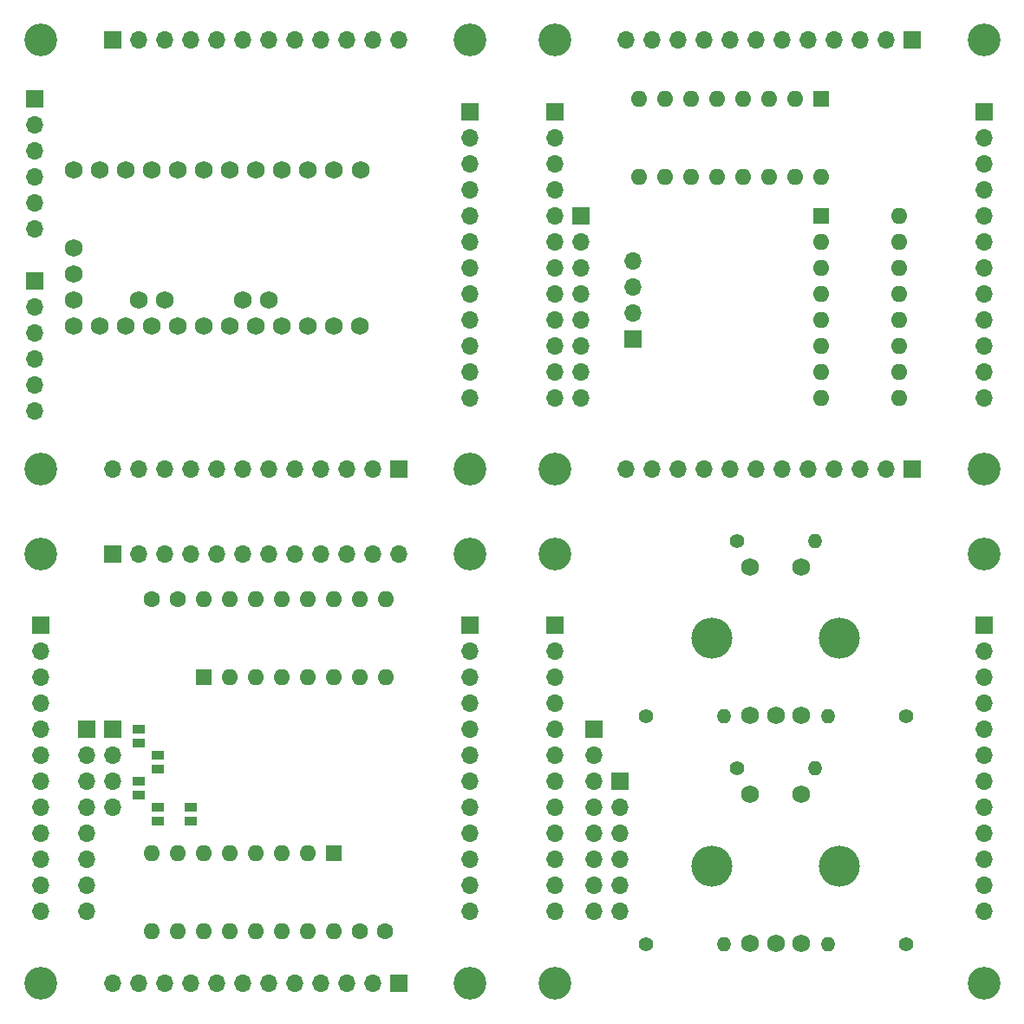
<source format=gbr>
G04 #@! TF.FileFunction,Soldermask,Bot*
%FSLAX46Y46*%
G04 Gerber Fmt 4.6, Leading zero omitted, Abs format (unit mm)*
G04 Created by KiCad (PCBNEW 4.0.7+dfsg1-1~bpo9+1) date Wed May  2 15:41:06 2018*
%MOMM*%
%LPD*%
G01*
G04 APERTURE LIST*
%ADD10C,0.100000*%
%ADD11C,3.200000*%
%ADD12R,1.700000X1.700000*%
%ADD13O,1.700000X1.700000*%
%ADD14C,1.727200*%
%ADD15R,1.600000X1.600000*%
%ADD16O,1.600000X1.600000*%
%ADD17R,1.270000X0.970000*%
%ADD18C,1.600000*%
%ADD19C,1.400000*%
%ADD20O,1.400000X1.400000*%
%ADD21C,1.750000*%
%ADD22O,4.000000X4.000000*%
G04 APERTURE END LIST*
D10*
D11*
X154305000Y-34925000D03*
X112395000Y-34925000D03*
D12*
X119380000Y-34925000D03*
D13*
X121920000Y-34925000D03*
X124460000Y-34925000D03*
X127000000Y-34925000D03*
X129540000Y-34925000D03*
X132080000Y-34925000D03*
X134620000Y-34925000D03*
X137160000Y-34925000D03*
X139700000Y-34925000D03*
X142240000Y-34925000D03*
X144780000Y-34925000D03*
X147320000Y-34925000D03*
D12*
X154305000Y-41910000D03*
D13*
X154305000Y-44450000D03*
X154305000Y-46990000D03*
X154305000Y-49530000D03*
X154305000Y-52070000D03*
X154305000Y-54610000D03*
X154305000Y-57150000D03*
X154305000Y-59690000D03*
X154305000Y-62230000D03*
X154305000Y-64770000D03*
X154305000Y-67310000D03*
X154305000Y-69850000D03*
D12*
X147320000Y-76835000D03*
D13*
X144780000Y-76835000D03*
X142240000Y-76835000D03*
X139700000Y-76835000D03*
X137160000Y-76835000D03*
X134620000Y-76835000D03*
X132080000Y-76835000D03*
X129540000Y-76835000D03*
X127000000Y-76835000D03*
X124460000Y-76835000D03*
X121920000Y-76835000D03*
X119380000Y-76835000D03*
D11*
X154305000Y-76835000D03*
X112395000Y-76835000D03*
D14*
X118110000Y-62865000D03*
X120650000Y-62865000D03*
X123190000Y-62865000D03*
X125730000Y-62865000D03*
X128270000Y-62865000D03*
X130810000Y-62865000D03*
X133350000Y-62865000D03*
X132080000Y-60325000D03*
X134620000Y-60325000D03*
X115570000Y-57785000D03*
X115570000Y-60325000D03*
X121920000Y-60325000D03*
X124460000Y-60325000D03*
X115570000Y-55245000D03*
X135890000Y-62865000D03*
X138430000Y-62865000D03*
X140970000Y-62865000D03*
X143510000Y-62865000D03*
X115570000Y-62865000D03*
X143620000Y-47625000D03*
X140970000Y-47625000D03*
X138430000Y-47625000D03*
X135890000Y-47625000D03*
X133350000Y-47625000D03*
X130810000Y-47625000D03*
X128270000Y-47625000D03*
X125730000Y-47625000D03*
X123190000Y-47625000D03*
X120650000Y-47625000D03*
X118110000Y-47625000D03*
X115570000Y-47625000D03*
D12*
X111760000Y-58420000D03*
D13*
X111760000Y-60960000D03*
X111760000Y-63500000D03*
X111760000Y-66040000D03*
X111760000Y-68580000D03*
X111760000Y-71120000D03*
D12*
X111760000Y-40640000D03*
D13*
X111760000Y-43180000D03*
X111760000Y-45720000D03*
X111760000Y-48260000D03*
X111760000Y-50800000D03*
X111760000Y-53340000D03*
D11*
X162560000Y-34925000D03*
X204470000Y-34925000D03*
X204470000Y-76835000D03*
X162560000Y-76835000D03*
D12*
X162560000Y-41910000D03*
D13*
X162560000Y-44450000D03*
X162560000Y-46990000D03*
X162560000Y-49530000D03*
X162560000Y-52070000D03*
X162560000Y-54610000D03*
X162560000Y-57150000D03*
X162560000Y-59690000D03*
X162560000Y-62230000D03*
X162560000Y-64770000D03*
X162560000Y-67310000D03*
X162560000Y-69850000D03*
D12*
X165100000Y-52070000D03*
D13*
X165100000Y-54610000D03*
X165100000Y-57150000D03*
X165100000Y-59690000D03*
X165100000Y-62230000D03*
X165100000Y-64770000D03*
X165100000Y-67310000D03*
X165100000Y-69850000D03*
D12*
X197485000Y-34925000D03*
D13*
X194945000Y-34925000D03*
X192405000Y-34925000D03*
X189865000Y-34925000D03*
X187325000Y-34925000D03*
X184785000Y-34925000D03*
X182245000Y-34925000D03*
X179705000Y-34925000D03*
X177165000Y-34925000D03*
X174625000Y-34925000D03*
X172085000Y-34925000D03*
X169545000Y-34925000D03*
D12*
X197485000Y-76835000D03*
D13*
X194945000Y-76835000D03*
X192405000Y-76835000D03*
X189865000Y-76835000D03*
X187325000Y-76835000D03*
X184785000Y-76835000D03*
X182245000Y-76835000D03*
X179705000Y-76835000D03*
X177165000Y-76835000D03*
X174625000Y-76835000D03*
X172085000Y-76835000D03*
X169545000Y-76835000D03*
D12*
X204470000Y-41910000D03*
D13*
X204470000Y-44450000D03*
X204470000Y-46990000D03*
X204470000Y-49530000D03*
X204470000Y-52070000D03*
X204470000Y-54610000D03*
X204470000Y-57150000D03*
X204470000Y-59690000D03*
X204470000Y-62230000D03*
X204470000Y-64770000D03*
X204470000Y-67310000D03*
X204470000Y-69850000D03*
D15*
X188595000Y-40640000D03*
D16*
X170815000Y-48260000D03*
X186055000Y-40640000D03*
X173355000Y-48260000D03*
X183515000Y-40640000D03*
X175895000Y-48260000D03*
X180975000Y-40640000D03*
X178435000Y-48260000D03*
X178435000Y-40640000D03*
X180975000Y-48260000D03*
X175895000Y-40640000D03*
X183515000Y-48260000D03*
X173355000Y-40640000D03*
X186055000Y-48260000D03*
X170815000Y-40640000D03*
X188595000Y-48260000D03*
D15*
X188595000Y-52070000D03*
D16*
X196215000Y-69850000D03*
X188595000Y-54610000D03*
X196215000Y-67310000D03*
X188595000Y-57150000D03*
X196215000Y-64770000D03*
X188595000Y-59690000D03*
X196215000Y-62230000D03*
X188595000Y-62230000D03*
X196215000Y-59690000D03*
X188595000Y-64770000D03*
X196215000Y-57150000D03*
X188595000Y-67310000D03*
X196215000Y-54610000D03*
X188595000Y-69850000D03*
X196215000Y-52070000D03*
D12*
X170180000Y-64135000D03*
D13*
X170180000Y-61595000D03*
X170180000Y-59055000D03*
X170180000Y-56515000D03*
D11*
X112395000Y-85090000D03*
X154305000Y-85090000D03*
X154305000Y-127000000D03*
X112395000Y-127000000D03*
D12*
X112395000Y-92075000D03*
D13*
X112395000Y-94615000D03*
X112395000Y-97155000D03*
X112395000Y-99695000D03*
X112395000Y-102235000D03*
X112395000Y-104775000D03*
X112395000Y-107315000D03*
X112395000Y-109855000D03*
X112395000Y-112395000D03*
X112395000Y-114935000D03*
X112395000Y-117475000D03*
X112395000Y-120015000D03*
D15*
X140970000Y-114300000D03*
D16*
X123190000Y-121920000D03*
X138430000Y-114300000D03*
X125730000Y-121920000D03*
X135890000Y-114300000D03*
X128270000Y-121920000D03*
X133350000Y-114300000D03*
X130810000Y-121920000D03*
X130810000Y-114300000D03*
X133350000Y-121920000D03*
X128270000Y-114300000D03*
X135890000Y-121920000D03*
X125730000Y-114300000D03*
X138430000Y-121920000D03*
X123190000Y-114300000D03*
X140970000Y-121920000D03*
D12*
X116840000Y-102235000D03*
D13*
X116840000Y-104775000D03*
X116840000Y-107315000D03*
X116840000Y-109855000D03*
X116840000Y-112395000D03*
X116840000Y-114935000D03*
X116840000Y-117475000D03*
X116840000Y-120015000D03*
D17*
X127000000Y-109850000D03*
X127000000Y-111130000D03*
D12*
X119380000Y-102235000D03*
D13*
X119380000Y-104775000D03*
X119380000Y-107315000D03*
X119380000Y-109855000D03*
D18*
X143510000Y-121920000D03*
X146010000Y-121920000D03*
X125730000Y-89535000D03*
X123230000Y-89535000D03*
D17*
X121920000Y-102230000D03*
X121920000Y-103510000D03*
X123825000Y-104770000D03*
X123825000Y-106050000D03*
X121920000Y-107310000D03*
X121920000Y-108590000D03*
X123825000Y-109850000D03*
X123825000Y-111130000D03*
D12*
X154305000Y-92075000D03*
D13*
X154305000Y-94615000D03*
X154305000Y-97155000D03*
X154305000Y-99695000D03*
X154305000Y-102235000D03*
X154305000Y-104775000D03*
X154305000Y-107315000D03*
X154305000Y-109855000D03*
X154305000Y-112395000D03*
X154305000Y-114935000D03*
X154305000Y-117475000D03*
X154305000Y-120015000D03*
D12*
X147320000Y-127000000D03*
D13*
X144780000Y-127000000D03*
X142240000Y-127000000D03*
X139700000Y-127000000D03*
X137160000Y-127000000D03*
X134620000Y-127000000D03*
X132080000Y-127000000D03*
X129540000Y-127000000D03*
X127000000Y-127000000D03*
X124460000Y-127000000D03*
X121920000Y-127000000D03*
X119380000Y-127000000D03*
D12*
X119380000Y-85090000D03*
D13*
X121920000Y-85090000D03*
X124460000Y-85090000D03*
X127000000Y-85090000D03*
X129540000Y-85090000D03*
X132080000Y-85090000D03*
X134620000Y-85090000D03*
X137160000Y-85090000D03*
X139700000Y-85090000D03*
X142240000Y-85090000D03*
X144780000Y-85090000D03*
X147320000Y-85090000D03*
D15*
X128270000Y-97155000D03*
D16*
X146050000Y-89535000D03*
X130810000Y-97155000D03*
X143510000Y-89535000D03*
X133350000Y-97155000D03*
X140970000Y-89535000D03*
X135890000Y-97155000D03*
X138430000Y-89535000D03*
X138430000Y-97155000D03*
X135890000Y-89535000D03*
X140970000Y-97155000D03*
X133350000Y-89535000D03*
X143510000Y-97155000D03*
X130810000Y-89535000D03*
X146050000Y-97155000D03*
X128270000Y-89535000D03*
D11*
X162560000Y-85090000D03*
X204470000Y-85090000D03*
X204470000Y-127000000D03*
X162560000Y-127000000D03*
D12*
X162560000Y-92075000D03*
D13*
X162560000Y-94615000D03*
X162560000Y-97155000D03*
X162560000Y-99695000D03*
X162560000Y-102235000D03*
X162560000Y-104775000D03*
X162560000Y-107315000D03*
X162560000Y-109855000D03*
X162560000Y-112395000D03*
X162560000Y-114935000D03*
X162560000Y-117475000D03*
X162560000Y-120015000D03*
D12*
X204470000Y-92075000D03*
D13*
X204470000Y-94615000D03*
X204470000Y-97155000D03*
X204470000Y-99695000D03*
X204470000Y-102235000D03*
X204470000Y-104775000D03*
X204470000Y-107315000D03*
X204470000Y-109855000D03*
X204470000Y-112395000D03*
X204470000Y-114935000D03*
X204470000Y-117475000D03*
X204470000Y-120015000D03*
D12*
X166370000Y-102235000D03*
D13*
X166370000Y-104775000D03*
X166370000Y-107315000D03*
X166370000Y-109855000D03*
X166370000Y-112395000D03*
X166370000Y-114935000D03*
X166370000Y-117475000D03*
X166370000Y-120015000D03*
D12*
X168910000Y-107315000D03*
D13*
X168910000Y-109855000D03*
X168910000Y-112395000D03*
X168910000Y-114935000D03*
X168910000Y-117475000D03*
X168910000Y-120015000D03*
D19*
X171450000Y-100965000D03*
D20*
X179070000Y-100965000D03*
D19*
X196850000Y-100965000D03*
D20*
X189230000Y-100965000D03*
D19*
X180340000Y-83820000D03*
D20*
X187960000Y-83820000D03*
D19*
X171450000Y-123190000D03*
D20*
X179070000Y-123190000D03*
D19*
X180340000Y-106045000D03*
D20*
X187960000Y-106045000D03*
D19*
X196850000Y-123190000D03*
D20*
X189230000Y-123190000D03*
D21*
X181650000Y-100845000D03*
X186650000Y-100845000D03*
X184150000Y-100845000D03*
X186650000Y-86345000D03*
X181650000Y-86345000D03*
D22*
X190350000Y-93345000D03*
X177950000Y-93345000D03*
D21*
X181650000Y-123070000D03*
X186650000Y-123070000D03*
X184150000Y-123070000D03*
X186650000Y-108570000D03*
X181650000Y-108570000D03*
D22*
X190350000Y-115570000D03*
X177950000Y-115570000D03*
M02*

</source>
